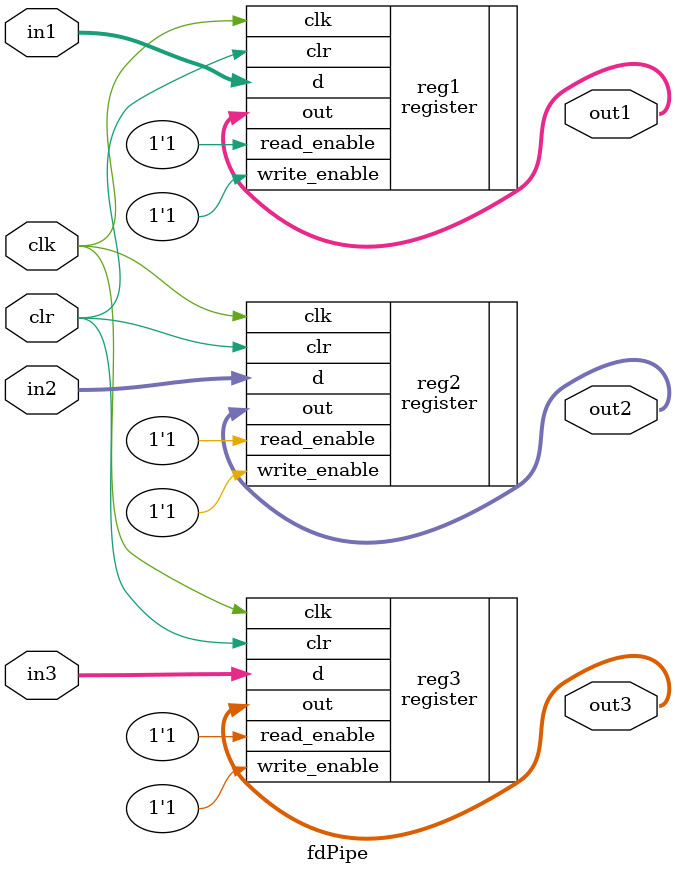
<source format=v>
module fdPipe(out1, out2, out3, in1, in2, in3, clk, clr);
    output[31:0] out1, out2, out3;
    input[31:0] in1, in2, in3;
    input clk, clr;
    register reg1(.out(out1), .d(in1), .clk(clk), .clr(clr), .read_enable(1'b1), .write_enable(1'b1));
    register reg2(.out(out2), .d(in2), .clk(clk), .clr(clr), .read_enable(1'b1), .write_enable(1'b1));
    register reg3(.out(out3), .d(in3), .clk(clk), .clr(clr), .read_enable(1'b1), .write_enable(1'b1));
endmodule
</source>
